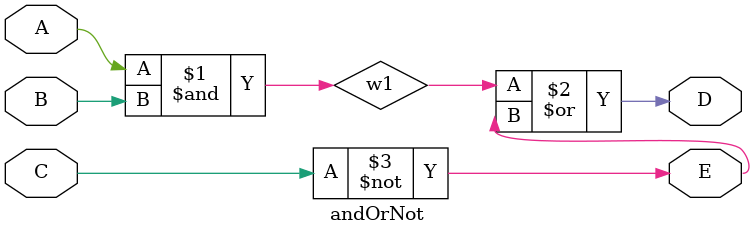
<source format=v>
module andOrNot(A, B, C, D, E);
   output D, E;
   input A, B, C;
   wire w1;
   
   and G1(w1, A, B);
   not G2(E, C);
   or   G3(D, w1, E);
   
endmodule
</source>
